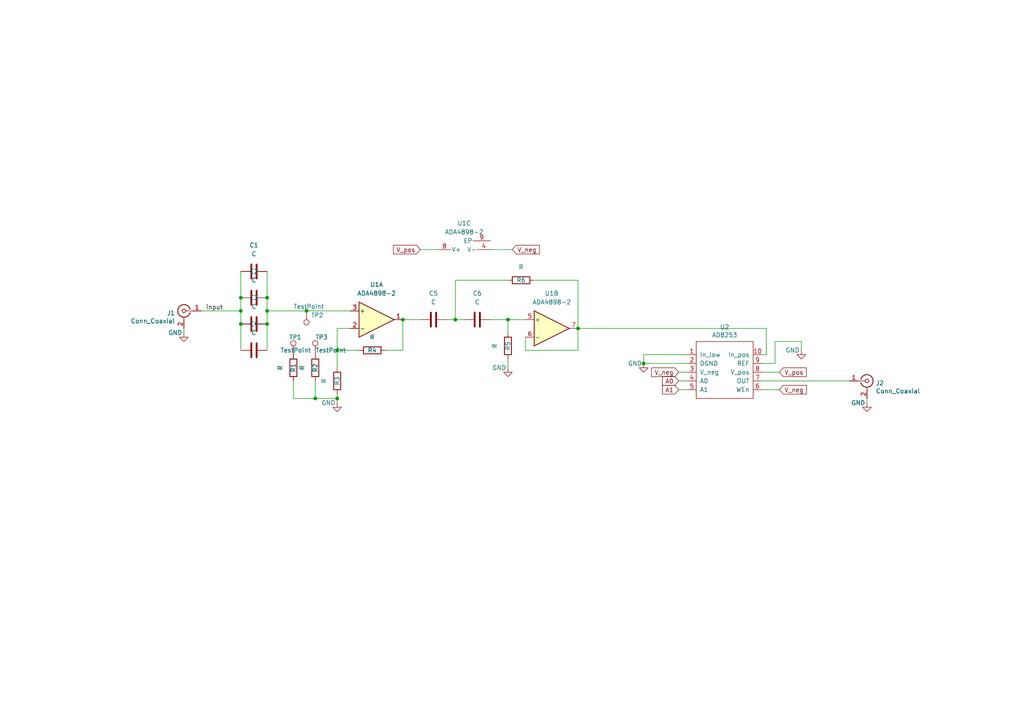
<source format=kicad_sch>
(kicad_sch (version 20211123) (generator eeschema)
  (paper "A4")
  (lib_symbols
    (symbol "Amplifier_Operational:ADA4898-2" (pin_names (offset 0.127))
      (property "Reference" "U" (at 0 5.08 0))
      (property "Value" "ADA4898-2" (at 0 -5.08 0))
      (symbol "ADA4898-2_1_1"
        (polyline (pts (xy -5.08 5.08) (xy 5.08 0) (xy -5.08 -5.08) (xy -5.08 5.08)) (stroke (width 0.254)) (fill (type background)))
        (pin output line (at 7.62 0 180) (length 2.54) (name "~") (number "1"))
        (pin input line (at -7.62 -2.54 0) (length 2.54) (name "-") (number "2"))
        (pin input line (at -7.62 2.54 0) (length 2.54) (name "+") (number "3"))
      )
      (symbol "ADA4898-2_2_1"
        (polyline (pts (xy -5.08 5.08) (xy 5.08 0) (xy -5.08 -5.08) (xy -5.08 5.08)) (stroke (width 0.254)) (fill (type background)))
        (pin input line (at -7.62 2.54 0) (length 2.54) (name "+") (number "5"))
        (pin input line (at -7.62 -2.54 0) (length 2.54) (name "-") (number "6"))
        (pin output line (at 7.62 0 180) (length 2.54) (name "~") (number "7"))
      )
      (symbol "ADA4898-2_3_1"
        (pin power_in line (at -2.54 -7.62 90) (length 3.81) (name "V-") (number "4"))
        (pin power_in line (at -2.54 7.62 270) (length 3.81) (name "V+") (number "8"))
        (pin passive line (at 0 -7.62 90) (length 5.08) (name "EP") (number "9"))
      )
    )
    (symbol "Connector:Conn_Coaxial" (pin_names (offset 1.016) hide)
      (property "Reference" "J" (at 0.254 3.048 0))
      (property "Value" "Conn_Coaxial" (at 2.921 0 90))
      (symbol "Conn_Coaxial_0_1"
        (arc (start -1.778 -0.508) (mid 0.2311 -1.8066) (end 1.778 0) (stroke (width 0.254)))
        (polyline (pts (xy -2.54 0) (xy -0.508 0)))
        (polyline (pts (xy 0 -2.54) (xy 0 -1.778)))
        (circle (center 0 0) (radius 0.508) (stroke (width 0.2032)))
        (arc (start 1.778 0) (mid 0.2099 1.8101) (end -1.778 0.508) (stroke (width 0.254)))
      )
      (symbol "Conn_Coaxial_1_1"
        (pin passive line (at -5.08 0 0) (length 2.54) (name "In") (number "1"))
        (pin passive line (at 0 -5.08 90) (length 2.54) (name "Ext") (number "2"))
      )
    )
    (symbol "Connector:TestPoint" (pin_numbers hide) (pin_names (offset 0.762) hide)
      (property "Reference" "TP" (at 0 6.858 0))
      (property "Value" "TestPoint" (at 0 5.08 0))
      (symbol "TestPoint_0_1"
        (circle (center 0 3.302) (radius 0.762))
      )
      (symbol "TestPoint_1_1"
        (pin passive line (at 0 0 90) (length 2.54) (name "1") (number "1"))
      )
    )
    (symbol "Device:C" (pin_numbers hide) (pin_names (offset 0.254))
      (property "Reference" "C" (at 0.635 2.54 0))
      (property "Value" "C" (at 0.635 -2.54 0))
      (symbol "C_0_1"
        (polyline (pts (xy -2.032 -0.762) (xy 2.032 -0.762)) (stroke (width 0.508)))
        (polyline (pts (xy -2.032 0.762) (xy 2.032 0.762)) (stroke (width 0.508)))
      )
      (symbol "C_1_1"
        (pin passive line (at 0 3.81 270) (length 2.794) (name "~") (number "1"))
        (pin passive line (at 0 -3.81 90) (length 2.794) (name "~") (number "2"))
      )
    )
    (symbol "Device:R" (pin_numbers hide) (pin_names (offset 0))
      (property "Reference" "R" (at 2.032 0 90))
      (property "Value" "R" (at 0 0 90))
      (symbol "R_0_1"
        (rectangle (start -1.016 -2.54) (end 1.016 2.54) (stroke (width 0.254)))
      )
      (symbol "R_1_1"
        (pin passive line (at 0 3.81 270) (length 1.27) (name "~") (number "1"))
        (pin passive line (at 0 -3.81 90) (length 1.27) (name "~") (number "2"))
      )
    )
    (symbol "SingularitySurfer_V1-rescue:AD8253-SingularitySurfer" (pin_names (offset 1.016))
      (property "Reference" "U" (at -1.27 -6.35 0))
      (property "Value" "AD8253-SingularitySurfer" (at 0 7.62 0))
      (symbol "AD8253-SingularitySurfer_0_1"
        (rectangle (start -8.89 8.89) (end 7.62 -7.62))
      )
      (symbol "AD8253-SingularitySurfer_1_1"
        (pin input line (at -11.43 5.08 0) (length 2.54) (name "In_low") (number "1"))
        (pin input line (at 10.16 5.08 180) (length 2.54) (name "In_pos") (number "10"))
        (pin power_in line (at -11.43 2.54 0) (length 2.54) (name "DGND") (number "2"))
        (pin power_in line (at -11.43 0 0) (length 2.54) (name "V_neg") (number "3"))
        (pin input line (at -11.43 -2.54 0) (length 2.54) (name "A0") (number "4"))
        (pin input line (at -11.43 -5.08 0) (length 2.54) (name "A1") (number "5"))
        (pin input line (at 10.16 -5.08 180) (length 2.54) (name "WEn") (number "6"))
        (pin output line (at 10.16 -2.54 180) (length 2.54) (name "OUT") (number "7"))
        (pin power_in line (at 10.16 0 180) (length 2.54) (name "V_pos") (number "8"))
        (pin input line (at 10.16 2.54 180) (length 2.54) (name "REF") (number "9"))
      )
    )
    (symbol "power:GND" (power) (pin_names (offset 0))
      (property "Value" "GND" (at 0 -3.81 0))
      (symbol "GND_0_1"
        (polyline (pts (xy 0 0) (xy 0 -1.27) (xy 1.27 -1.27) (xy 0 -2.54) (xy -1.27 -1.27) (xy 0 -1.27)))
      )
      (symbol "GND_1_1"
        (pin power_in line (at 0 0 270) (length 0) hide (name "GND") (number "1"))
      )
    )
  )
  (junction (at 77.47 90.17))
  (junction (at 69.85 90.17))
  (junction (at 77.47 86.36))
  (junction (at 69.85 86.36))
  (junction (at 167.64 95.25))
  (junction (at 132.08 92.71))
  (junction (at 91.44 115.57))
  (junction (at 147.32 92.71))
  (junction (at 186.69 105.41))
  (junction (at 88.9 90.17))
  (junction (at 116.84 92.71))
  (junction (at 97.79 101.6))
  (junction (at 69.85 93.98))
  (junction (at 77.47 93.98))
  (junction (at 97.79 115.57))
  (wire (pts (xy 132.08 81.28) (xy 132.08 92.71)))
  (wire (pts (xy 147.32 92.71) (xy 147.32 96.52)))
  (wire (pts (xy 97.79 114.3) (xy 97.79 115.57)))
  (wire (pts (xy 196.85 113.03) (xy 199.39 113.03)))
  (wire (pts (xy 129.54 92.71) (xy 132.08 92.71)))
  (wire (pts (xy 97.79 101.6) (xy 97.79 106.68)))
  (wire (pts (xy 154.94 81.28) (xy 167.64 81.28)))
  (wire (pts (xy 77.47 86.36) (xy 77.47 90.17)))
  (wire (pts (xy 142.24 72.39) (xy 148.59 72.39)))
  (wire (pts (xy 91.44 110.49) (xy 91.44 115.57)))
  (wire (pts (xy 97.79 95.25) (xy 97.79 101.6)))
  (wire (pts (xy 85.09 110.49) (xy 85.09 115.57)))
  (wire (pts (xy 147.32 92.71) (xy 152.4 92.71)))
  (wire (pts (xy 152.4 97.79) (xy 152.4 101.6)))
  (wire (pts (xy 69.85 90.17) (xy 69.85 93.98)))
  (wire (pts (xy 116.84 101.6) (xy 116.84 92.71)))
  (wire (pts (xy 77.47 93.98) (xy 77.47 101.6)))
  (wire (pts (xy 224.79 105.41) (xy 224.79 99.06)))
  (wire (pts (xy 53.34 95.25) (xy 53.34 96.52)))
  (wire (pts (xy 58.42 90.17) (xy 69.85 90.17)))
  (wire (pts (xy 251.46 115.57) (xy 251.46 116.84)))
  (wire (pts (xy 220.98 110.49) (xy 246.38 110.49)))
  (wire (pts (xy 196.85 110.49) (xy 199.39 110.49)))
  (wire (pts (xy 186.69 102.87) (xy 186.69 105.41)))
  (wire (pts (xy 232.41 99.06) (xy 232.41 101.6)))
  (wire (pts (xy 91.44 115.57) (xy 97.79 115.57)))
  (wire (pts (xy 97.79 95.25) (xy 101.6 95.25)))
  (wire (pts (xy 186.69 105.41) (xy 199.39 105.41)))
  (wire (pts (xy 132.08 92.71) (xy 134.62 92.71)))
  (wire (pts (xy 69.85 93.98) (xy 69.85 101.6)))
  (wire (pts (xy 77.47 78.74) (xy 77.47 86.36)))
  (wire (pts (xy 196.85 107.95) (xy 199.39 107.95)))
  (wire (pts (xy 222.25 95.25) (xy 222.25 102.87)))
  (wire (pts (xy 142.24 92.71) (xy 147.32 92.71)))
  (wire (pts (xy 199.39 102.87) (xy 186.69 102.87)))
  (wire (pts (xy 220.98 105.41) (xy 224.79 105.41)))
  (wire (pts (xy 167.64 81.28) (xy 167.64 95.25)))
  (wire (pts (xy 147.32 104.14) (xy 147.32 106.68)))
  (wire (pts (xy 116.84 92.71) (xy 121.92 92.71)))
  (wire (pts (xy 220.98 113.03) (xy 226.06 113.03)))
  (wire (pts (xy 97.79 115.57) (xy 97.79 116.84)))
  (wire (pts (xy 167.64 95.25) (xy 222.25 95.25)))
  (wire (pts (xy 77.47 90.17) (xy 77.47 93.98)))
  (wire (pts (xy 220.98 107.95) (xy 226.06 107.95)))
  (wire (pts (xy 69.85 90.17) (xy 69.85 86.36)))
  (wire (pts (xy 77.47 90.17) (xy 88.9 90.17)))
  (wire (pts (xy 111.76 101.6) (xy 116.84 101.6)))
  (wire (pts (xy 152.4 101.6) (xy 167.64 101.6)))
  (wire (pts (xy 121.92 72.39) (xy 127 72.39)))
  (wire (pts (xy 147.32 81.28) (xy 132.08 81.28)))
  (wire (pts (xy 104.14 101.6) (xy 97.79 101.6)))
  (wire (pts (xy 88.9 90.17) (xy 101.6 90.17)))
  (wire (pts (xy 222.25 102.87) (xy 220.98 102.87)))
  (wire (pts (xy 69.85 78.74) (xy 69.85 86.36)))
  (wire (pts (xy 224.79 99.06) (xy 232.41 99.06)))
  (wire (pts (xy 85.09 115.57) (xy 91.44 115.57)))
  (wire (pts (xy 167.64 101.6) (xy 167.64 95.25)))
  (label "input" (at 59.69 90.17 0))
  (global_label "A1" (shape input) (at 196.85 113.03 180) (property "Intersheet References" "${INTERSHEET_REFS}" (effects hide)))
  (global_label "V_neg" (shape input) (at 148.59 72.39 0) (property "Intersheet References" "${INTERSHEET_REFS}" (effects hide)))
  (global_label "V_neg" (shape input) (at 226.06 113.03 0) (property "Intersheet References" "${INTERSHEET_REFS}" (effects hide)))
  (global_label "A0" (shape input) (at 196.85 110.49 180) (property "Intersheet References" "${INTERSHEET_REFS}" (effects hide)))
  (global_label "V_pos" (shape input) (at 226.06 107.95 0) (property "Intersheet References" "${INTERSHEET_REFS}" (effects hide)))
  (global_label "V_pos" (shape input) (at 121.92 72.39 180) (property "Intersheet References" "${INTERSHEET_REFS}" (effects hide)))
  (global_label "V_neg" (shape input) (at 196.85 107.95 180) (property "Intersheet References" "${INTERSHEET_REFS}" (effects hide)))
  (symbol (lib_id "power:GND") (at 53.34 96.52 0) (unit 1)
    (property "Reference" "#PWR0106" (effects hide))
    (property "Value" "GND" (at 50.8 96.52 0))
  )
  (symbol (lib_id "power:GND") (at 251.46 116.84 0) (unit 1)
    (property "Reference" "#PWR0104" (effects hide))
    (property "Value" "GND" (at 248.92 116.84 0))
  )
  (symbol (lib_id "Device:R") (at 151.13 81.28 90) (unit 1)
    (property "Reference" "R6" (at 151.13 81.28 90))
    (property "Value" "R" (at 151.13 77.47 90))
  )
  (symbol (lib_id "Device:C") (at 73.66 78.74 90) (unit 1)
    (property "Reference" "C1" (at 73.66 71.12 90))
    (property "Value" "C" (at 73.66 73.66 90))
  )
  (symbol (lib_id "Connector:TestPoint") (at 85.09 102.87 0) (unit 1)
    (property "Reference" "TP1" (at 83.82 97.79 0) (effects (justify left)))
    (property "Value" "TestPoint" (at 81.28 101.6 0) (effects (justify left)))
  )
  (symbol (lib_id "SingularitySurfer_V1-rescue:AD8253-SingularitySurfer") (at 210.82 107.95 0) (unit 1)
    (property "Reference" "U2" (at 210.185 94.869 0))
    (property "Value" "AD8253" (at 210.185 97.1804 0))
    (property "Footprint" "Package_SO:MSOP-10_3x3mm_P0.5mm" (effects hide))
  )
  (symbol (lib_id "power:GND") (at 186.69 105.41 0) (unit 1)
    (property "Reference" "#PWR0105" (effects hide))
    (property "Value" "GND" (at 184.15 105.41 0))
  )
  (symbol (lib_id "Connector:TestPoint") (at 88.9 90.17 180) (unit 1)
    (property "Reference" "TP2" (at 90.17 91.44 0) (effects (justify right)))
    (property "Value" "TestPoint" (at 85.09 88.9 0) (effects (justify right)))
  )
  (symbol (lib_id "Amplifier_Operational:ADA4898-2") (at 134.62 69.85 90) (unit 3)
    (property "Reference" "U1" (at 134.62 64.77 90))
    (property "Value" "ADA4898-2" (at 134.62 67.31 90))
    (property "Footprint" "Package_SO:SOIC-8-1EP_3.9x4.9mm_P1.27mm_EP2.41x3.81mm" (effects hide))
    (property "Datasheet" "https://www.analog.com/media/en/technical-documentation/data-sheets/ada4898-1_4898-2.pdf" (effects hide))
  )
  (symbol (lib_id "power:GND") (at 147.32 106.68 0) (unit 1)
    (property "Reference" "#PWR0102" (effects hide))
    (property "Value" "GND" (at 144.78 106.68 0))
  )
  (symbol (lib_id "Device:C") (at 73.66 101.6 90) (unit 1)
    (property "Reference" "C4" (at 73.66 93.98 90))
    (property "Value" "C" (at 73.66 96.52 90))
  )
  (symbol (lib_id "Amplifier_Operational:ADA4898-2") (at 109.22 92.71 0) (unit 1)
    (property "Reference" "U1" (at 109.22 82.55 0))
    (property "Value" "ADA4898-2" (at 109.22 85.09 0))
    (property "Footprint" "Package_SO:SOIC-8-1EP_3.9x4.9mm_P1.27mm_EP2.41x3.81mm" (effects hide))
    (property "Datasheet" "https://www.analog.com/media/en/technical-documentation/data-sheets/ada4898-1_4898-2.pdf" (effects hide))
  )
  (symbol (lib_id "Device:R") (at 97.79 110.49 180) (unit 1)
    (property "Reference" "R3" (at 97.79 110.49 90))
    (property "Value" "R" (at 93.98 110.49 90))
  )
  (symbol (lib_id "power:GND") (at 232.41 101.6 0) (unit 1)
    (property "Reference" "#PWR0103" (effects hide))
    (property "Value" "GND" (at 229.87 101.6 0))
  )
  (symbol (lib_id "Connector:TestPoint") (at 91.44 102.87 0) (unit 1)
    (property "Reference" "TP3" (at 91.44 97.79 0) (effects (justify left)))
    (property "Value" "TestPoint" (at 91.44 101.6 0) (effects (justify left)))
  )
  (symbol (lib_id "Device:C") (at 138.43 92.71 90) (unit 1)
    (property "Reference" "C6" (at 138.43 85.09 90))
    (property "Value" "C" (at 138.43 87.63 90))
  )
  (symbol (lib_id "Device:C") (at 125.73 92.71 90) (unit 1)
    (property "Reference" "C5" (at 125.73 85.09 90))
    (property "Value" "C" (at 125.73 87.63 90))
  )
  (symbol (lib_id "Device:R") (at 147.32 100.33 180) (unit 1)
    (property "Reference" "R5" (at 147.32 100.33 90))
    (property "Value" "R" (at 143.51 100.33 90))
  )
  (symbol (lib_id "Device:C") (at 73.66 86.36 90) (unit 1)
    (property "Reference" "C2" (at 73.66 78.74 90))
    (property "Value" "C" (at 73.66 81.28 90))
  )
  (symbol (lib_id "Amplifier_Operational:ADA4898-2") (at 160.02 95.25 0) (unit 2)
    (property "Reference" "U1" (at 160.02 85.09 0))
    (property "Value" "ADA4898-2" (at 160.02 87.63 0))
    (property "Footprint" "Package_SO:SOIC-8-1EP_3.9x4.9mm_P1.27mm_EP2.41x3.81mm" (effects hide))
    (property "Datasheet" "https://www.analog.com/media/en/technical-documentation/data-sheets/ada4898-1_4898-2.pdf" (effects hide))
  )
  (symbol (lib_id "Connector:Conn_Coaxial") (at 251.46 110.49 0) (unit 1)
    (property "Reference" "J2" (at 254 111.125 0) (effects (justify left)))
    (property "Value" "Conn_Coaxial" (at 254 113.4364 0) (effects (justify left)))
    (property "Footprint" "Connector_Coaxial:SMA_Molex_73251-2200_Horizontal" (effects hide))
    (property "Datasheet" " ~" (effects hide))
  )
  (symbol (lib_id "Device:R") (at 107.95 101.6 90) (unit 1)
    (property "Reference" "R4" (at 107.95 101.6 90))
    (property "Value" "R" (at 107.95 97.79 90))
  )
  (symbol (lib_id "Device:R") (at 85.09 106.68 180) (unit 1)
    (property "Reference" "R1" (at 85.09 106.68 90))
    (property "Value" "R" (at 81.28 106.68 90))
  )
  (symbol (lib_id "Device:R") (at 91.44 106.68 180) (unit 1)
    (property "Reference" "R2" (at 91.44 106.68 90))
    (property "Value" "R" (at 87.63 106.68 90))
  )
  (symbol (lib_id "Connector:Conn_Coaxial") (at 53.34 90.17 0) (mirror y) (unit 1)
    (property "Reference" "J1" (at 50.8 90.805 0) (effects (justify left)))
    (property "Value" "Conn_Coaxial" (at 50.8 93.1164 0) (effects (justify left)))
    (property "Footprint" "Connector_Coaxial:SMA_Molex_73251-2200_Horizontal" (effects hide))
    (property "Datasheet" " ~" (effects hide))
  )
  (symbol (lib_id "power:GND") (at 97.79 116.84 0) (unit 1)
    (property "Reference" "#PWR0101" (effects hide))
    (property "Value" "GND" (at 95.25 116.84 0))
  )
  (symbol (lib_id "Device:C") (at 73.66 93.98 90) (unit 1)
    (property "Reference" "C3" (at 73.66 86.36 90))
    (property "Value" "C" (at 73.66 88.9 90))
  )
)
</source>
